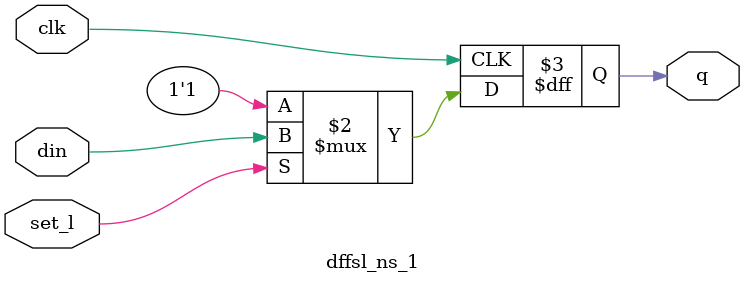
<source format=v>
module dffsl_ns_1 (din, clk, set_l, q);
parameter SIZE = 1;
input   [SIZE-1:0]      din ;   
input                   clk ;   
input                   set_l ; 
output  [SIZE-1:0]      q ;     
reg     [SIZE-1:0]      q ;
always @ (posedge clk)
  q[SIZE-1:0] <= set_l ? din[SIZE-1:0] : {SIZE{1'b1}};
endmodule
</source>
